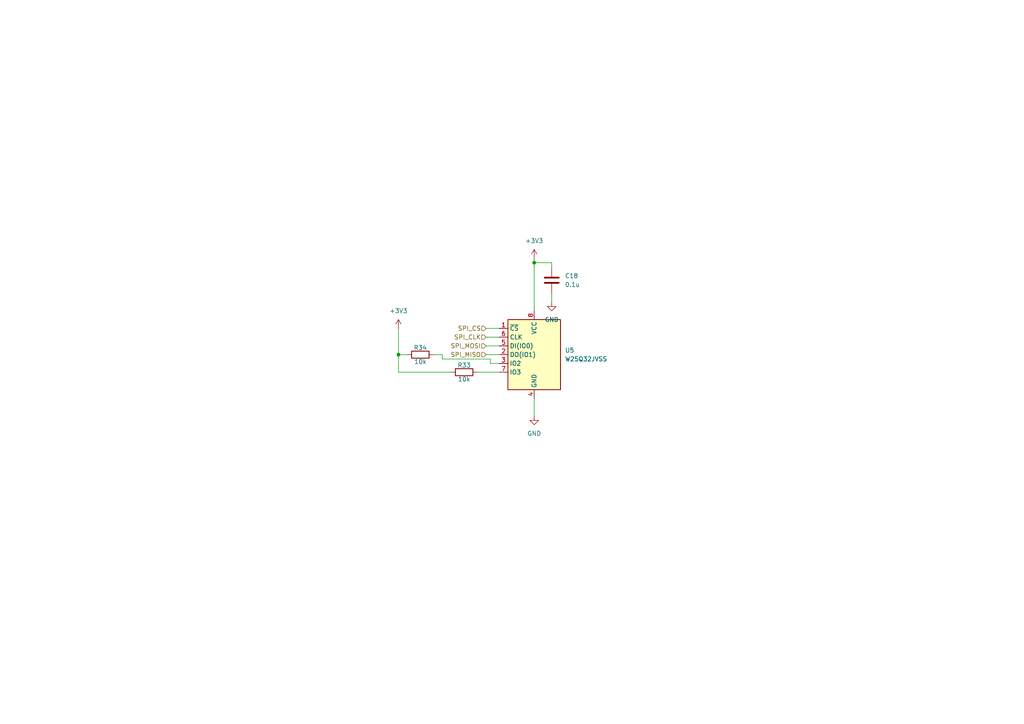
<source format=kicad_sch>
(kicad_sch (version 20231120) (generator "eeschema") (generator_version "8.0")
  (paper "A4")
  (lib_symbols
    (symbol "Device:C" (pin_numbers hide) (pin_names (offset 0.254))
      (property "Reference" "C" (at 0.635 2.54 0))
      (property "Value" "C" (at 0.635 -2.54 0))
      (symbol "C_0_1"
        (polyline (pts (xy -2.032 -0.762) (xy 2.032 -0.762)) (stroke (width 0.508)))
        (polyline (pts (xy -2.032 0.762) (xy 2.032 0.762)) (stroke (width 0.508)))
      )
      (symbol "C_1_1"
        (pin passive line (at 0 3.81 270) (length 2.794) (name "~") (number "1"))
        (pin passive line (at 0 -3.81 90) (length 2.794) (name "~") (number "2"))
      )
    )
    (symbol "Device:R" (pin_numbers hide) (pin_names (offset 0))
      (property "Reference" "R" (at 2.032 0 90))
      (property "Value" "R" (at 0 0 90))
      (symbol "R_0_1"
        (rectangle (start -1.016 -2.54) (end 1.016 2.54) (stroke (width 0.254)))
      )
      (symbol "R_1_1"
        (pin passive line (at 0 3.81 270) (length 1.27) (name "~") (number "1"))
        (pin passive line (at 0 -3.81 90) (length 1.27) (name "~") (number "2"))
      )
    )
    (symbol "Memory_Flash:W25Q32JVSS"
      (property "Reference" "U" (at -6.35 11.43 0))
      (property "Value" "W25Q32JVSS" (at 7.62 11.43 0))
      (symbol "W25Q32JVSS_0_1"
        (rectangle (start -7.62 10.16) (end 7.62 -10.16) (stroke (width 0.254)) (fill (type background)))
      )
      (symbol "W25Q32JVSS_1_1"
        (pin input line (at -10.16 7.62 0) (length 2.54) (name "~{CS}") (number "1"))
        (pin bidirectional line (at -10.16 0 0) (length 2.54) (name "DO(IO1)") (number "2"))
        (pin bidirectional line (at -10.16 -2.54 0) (length 2.54) (name "IO2") (number "3"))
        (pin power_in line (at 0 -12.7 90) (length 2.54) (name "GND") (number "4"))
        (pin bidirectional line (at -10.16 2.54 0) (length 2.54) (name "DI(IO0)") (number "5"))
        (pin input line (at -10.16 5.08 0) (length 2.54) (name "CLK") (number "6"))
        (pin bidirectional line (at -10.16 -5.08 0) (length 2.54) (name "IO3") (number "7"))
        (pin power_in line (at 0 12.7 270) (length 2.54) (name "VCC") (number "8"))
      )
    )
    (symbol "power:+3V3" (power) (pin_numbers hide) (pin_names (offset 0) hide)
      (property "Value" "+3V3" (at 0 3.556 0))
      (symbol "+3V3_0_1"
        (polyline (pts (xy -0.762 1.27) (xy 0 2.54)))
        (polyline (pts (xy 0 0) (xy 0 2.54)))
        (polyline (pts (xy 0 2.54) (xy 0.762 1.27)))
      )
      (symbol "+3V3_1_1"
        (pin power_in line (at 0 0 90) (length 0) (name "~") (number "1"))
      )
    )
    (symbol "power:GND" (power) (pin_numbers hide) (pin_names (offset 0) hide)
      (property "Value" "GND" (at 0 -3.81 0))
      (symbol "GND_0_1"
        (polyline (pts (xy 0 0) (xy 0 -1.27) (xy 1.27 -1.27) (xy 0 -2.54) (xy -1.27 -1.27) (xy 0 -1.27)))
      )
      (symbol "GND_1_1"
        (pin power_in line (at 0 0 270) (length 0) (name "~") (number "1"))
      )
    )
  )
  (junction (at 115.57 102.87))
  (junction (at 154.94 76.2))
  (wire (pts (xy 140.97 97.79) (xy 144.78 97.79)))
  (wire (pts (xy 115.57 102.87) (xy 118.11 102.87)))
  (wire (pts (xy 138.43 107.95) (xy 144.78 107.95)))
  (wire (pts (xy 154.94 74.93) (xy 154.94 76.2)))
  (wire (pts (xy 115.57 95.25) (xy 115.57 102.87)))
  (wire (pts (xy 154.94 76.2) (xy 154.94 90.17)))
  (wire (pts (xy 115.57 102.87) (xy 115.57 107.95)))
  (wire (pts (xy 154.94 76.2) (xy 160.02 76.2)))
  (wire (pts (xy 142.24 104.14) (xy 128.27 104.14)))
  (wire (pts (xy 140.97 95.25) (xy 144.78 95.25)))
  (wire (pts (xy 140.97 102.87) (xy 144.78 102.87)))
  (wire (pts (xy 128.27 104.14) (xy 128.27 102.87)))
  (wire (pts (xy 160.02 85.09) (xy 160.02 87.63)))
  (wire (pts (xy 140.97 100.33) (xy 144.78 100.33)))
  (wire (pts (xy 142.24 105.41) (xy 142.24 104.14)))
  (wire (pts (xy 144.78 105.41) (xy 142.24 105.41)))
  (wire (pts (xy 125.73 102.87) (xy 128.27 102.87)))
  (wire (pts (xy 154.94 115.57) (xy 154.94 120.65)))
  (wire (pts (xy 160.02 77.47) (xy 160.02 76.2)))
  (wire (pts (xy 115.57 107.95) (xy 130.81 107.95)))
  (hierarchical_label "SPI_CS" (shape input) (at 140.97 95.25 180))
  (hierarchical_label "SPI_MOSI" (shape input) (at 140.97 100.33 180))
  (hierarchical_label "SPI_CLK" (shape input) (at 140.97 97.79 180))
  (hierarchical_label "SPI_MISO" (shape input) (at 140.97 102.87 180))
  (symbol (lib_id "power:GND") (at 160.02 87.63 0) (unit 1)
    (property "Reference" "#PWR039" (effects (hide yes)))
    (property "Value" "GND" (at 160.02 92.71 0))
    (property "Description" "Power symbol creates a global label with name \"GND\" , ground" (effects (hide yes)))
  )
  (symbol (lib_id "Device:R") (at 134.62 107.95 90) (unit 1)
    (property "Reference" "R33" (at 134.62 105.918 90))
    (property "Value" "10k" (at 134.62 109.982 90))
    (property "Description" "Resistor" (effects (hide yes)))
  )
  (symbol (lib_id "Device:C") (at 160.02 81.28 0) (unit 1)
    (property "Reference" "C18" (at 163.83 80.0099 0) (effects (justify left)))
    (property "Value" "0.1u" (at 163.83 82.5499 0) (effects (justify left)))
    (property "Description" "Unpolarized capacitor" (effects (hide yes)))
  )
  (symbol (lib_id "Device:R") (at 121.92 102.87 90) (unit 1)
    (property "Reference" "R34" (at 121.92 100.838 90))
    (property "Value" "10k" (at 121.92 104.902 90))
    (property "Description" "Resistor" (effects (hide yes)))
  )
  (symbol (lib_id "power:+3V3") (at 115.57 95.25 0) (unit 1)
    (property "Reference" "#PWR040" (effects (hide yes)))
    (property "Value" "+3V3" (at 115.57 90.17 0))
    (property "Description" "Power symbol creates a global label with name \"+3V3\"" (effects (hide yes)))
  )
  (symbol (lib_id "power:+3V3") (at 154.94 74.93 0) (unit 1)
    (property "Reference" "#PWR019" (effects (hide yes)))
    (property "Value" "+3V3" (at 154.94 69.85 0))
    (property "Description" "Power symbol creates a global label with name \"+3V3\"" (effects (hide yes)))
  )
  (symbol (lib_id "Memory_Flash:W25Q32JVSS") (at 154.94 102.87 0) (unit 1)
    (property "Reference" "U5" (at 163.83 101.5999 0) (effects (justify left)))
    (property "Value" "W25Q32JVSS" (at 163.83 104.1399 0) (effects (justify left)))
    (property "Footprint" "Package_SO:SOIC-8_5.23x5.23mm_P1.27mm" (effects (hide yes)))
    (property "Datasheet" "http://www.winbond.com/resource-files/w25q32jv%20revg%2003272018%20plus.pdf" (effects (hide yes)))
    (property "Description" "32Mb Serial Flash Memory, Standard/Dual/Quad SPI, SOIC-8" (effects (hide yes)))
  )
  (symbol (lib_id "power:GND") (at 154.94 120.65 0) (unit 1)
    (property "Reference" "#PWR038" (effects (hide yes)))
    (property "Value" "GND" (at 154.94 125.73 0))
    (property "Description" "Power symbol creates a global label with name \"GND\" , ground" (effects (hide yes)))
  )
)
</source>
